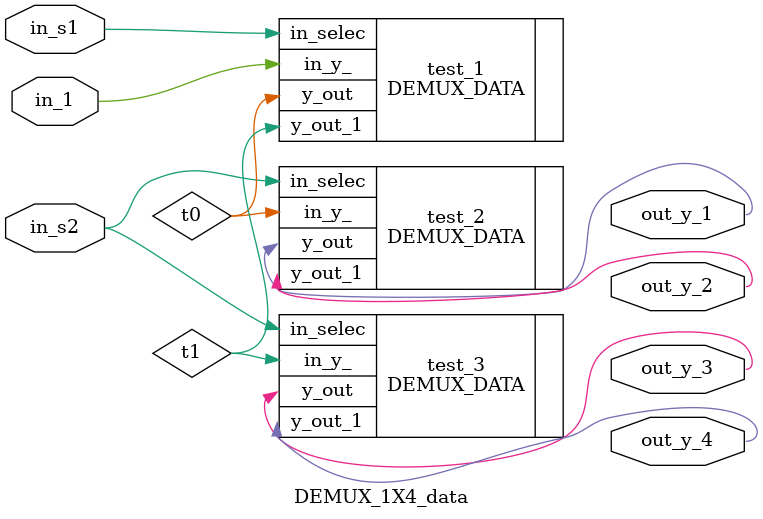
<source format=v>
module DEMUX_1X4_data(out_y_1,out_y_2,out_y_3,out_y_4,in_1,in_s1,in_s2);
output out_y_1,out_y_2,out_y_3,out_y_4;
input in_1,in_s1,in_s2;
wire t0,t1;

DEMUX_DATA test_1(.y_out(t0),.y_out_1(t1),.in_y_(in_1),.in_selec(in_s1));
DEMUX_DATA test_2(.y_out(out_y_1),.y_out_1(out_y_2),.in_y_(t0),.in_selec(in_s2));
DEMUX_DATA test_3(.y_out(out_y_3),.y_out_1(out_y_4),.in_y_(t1),.in_selec(in_s2));

endmodule 
</source>
